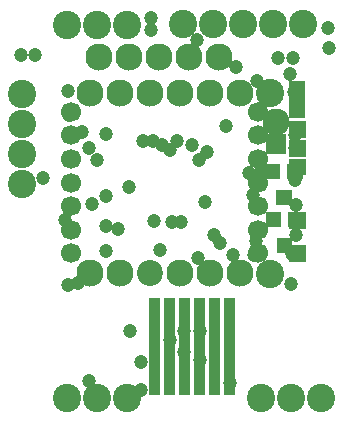
<source format=gbr>
%FSLAX32Y32*%
%MOMM*%
%LNLOETSTOP2*%
G71*
G01*
%ADD10C, 2.40*%
%ADD11C, 1.70*%
%ADD12C, 1.20*%
%ADD13C, 2.30*%
%ADD14C, 2.20*%
%ADD15C, 2.40*%
%ADD16C, 2.30*%
%LPD*%
X3477Y3987D02*
G54D10*
D03*
X3223Y3987D02*
G54D10*
D03*
X2969Y3987D02*
G54D10*
D03*
X2715Y3987D02*
G54D10*
D03*
X3356Y2046D02*
G54D11*
D03*
X1766Y2046D02*
G54D11*
D03*
X3356Y2246D02*
G54D11*
D03*
X1766Y2246D02*
G54D11*
D03*
X3356Y2446D02*
G54D11*
D03*
X1766Y2446D02*
G54D11*
D03*
X3356Y2646D02*
G54D11*
D03*
X1766Y2646D02*
G54D11*
D03*
X3356Y2846D02*
G54D11*
D03*
X1766Y2846D02*
G54D11*
D03*
X3356Y3046D02*
G54D11*
D03*
X1766Y3046D02*
G54D11*
D03*
X3356Y3246D02*
G54D11*
D03*
X1766Y3246D02*
G54D11*
D03*
X2538Y2968D02*
G54D12*
D03*
X3197Y1880D02*
G54D13*
D03*
X2943Y1880D02*
G54D13*
D03*
X2689Y1880D02*
G54D13*
D03*
X2435Y1880D02*
G54D14*
D03*
X2181Y1880D02*
G54D13*
D03*
X1927Y1880D02*
G54D13*
D03*
X2983Y2198D02*
G54D12*
D03*
X2626Y2309D02*
G54D12*
D03*
X2705Y2309D02*
G54D12*
D03*
X2380Y3000D02*
G54D12*
D03*
X2467Y3000D02*
G54D12*
D03*
X2062Y2531D02*
G54D12*
D03*
X3197Y3404D02*
G54D13*
D03*
X2943Y3404D02*
G54D13*
D03*
X2689Y3404D02*
G54D13*
D03*
X2435Y3404D02*
G54D13*
D03*
X2181Y3404D02*
G54D13*
D03*
X1927Y3404D02*
G54D13*
D03*
X2165Y2254D02*
G54D12*
D03*
X2261Y2611D02*
G54D12*
D03*
X3452Y1872D02*
G54D15*
D03*
X1991Y2841D02*
G54D12*
D03*
X2070Y3055D02*
G54D12*
D03*
X1919Y2936D02*
G54D12*
D03*
X2856Y2841D02*
G54D12*
D03*
X3452Y3404D02*
G54D15*
D03*
X3507Y3158D02*
G54D13*
D03*
X2070Y2063D02*
G54D12*
D03*
X1864Y3071D02*
G54D12*
D03*
X3031Y2135D02*
G54D12*
D03*
X2475Y2317D02*
G54D12*
D03*
X3277Y2730D02*
G54D12*
D03*
X2523Y2071D02*
G54D12*
D03*
X2848Y2008D02*
G54D12*
D03*
X3142Y2031D02*
G54D12*
D03*
X3078Y3127D02*
G54D12*
D03*
X2920Y2904D02*
G54D12*
D03*
G36*
X3422Y3061D02*
X3592Y3061D01*
X3592Y2891D01*
X3422Y2891D01*
X3422Y3061D01*
G37*
X1769Y3063D02*
G54D12*
D03*
X1776Y2841D02*
G54D12*
D03*
X1721Y2333D02*
G54D12*
D03*
X1745Y1777D02*
G54D12*
D03*
X3324Y3047D02*
G54D12*
D03*
X3348Y2841D02*
G54D12*
D03*
X3332Y2150D02*
G54D12*
D03*
X3316Y2031D02*
G54D12*
D03*
X1951Y2468D02*
G54D12*
D03*
X2070Y2277D02*
G54D12*
D03*
X1745Y3420D02*
G54D12*
D03*
X1753Y3214D02*
G54D12*
D03*
G36*
X3732Y2675D02*
X3602Y2675D01*
X3602Y2805D01*
X3732Y2805D01*
X3732Y2675D01*
G37*
G36*
X3542Y2675D02*
X3412Y2675D01*
X3412Y2805D01*
X3542Y2805D01*
X3542Y2675D01*
G37*
G36*
X3637Y2453D02*
X3507Y2453D01*
X3507Y2583D01*
X3637Y2583D01*
X3637Y2453D01*
G37*
X1832Y1793D02*
G54D12*
D03*
G36*
X3740Y2270D02*
X3610Y2270D01*
X3610Y2400D01*
X3740Y2400D01*
X3740Y2270D01*
G37*
G36*
X3550Y2270D02*
X3420Y2270D01*
X3420Y2400D01*
X3550Y2400D01*
X3550Y2270D01*
G37*
G36*
X3645Y2048D02*
X3515Y2048D01*
X3515Y2178D01*
X3645Y2178D01*
X3645Y2048D01*
G37*
X3674Y2198D02*
G54D12*
D03*
X3666Y2666D02*
G54D12*
D03*
X3674Y2460D02*
G54D12*
D03*
X3666Y2936D02*
G54D12*
D03*
X3642Y2039D02*
G54D12*
D03*
X3634Y1785D02*
G54D12*
D03*
G36*
X3619Y3006D02*
X3759Y3006D01*
X3759Y2866D01*
X3619Y2866D01*
X3619Y3006D01*
G37*
G36*
X3619Y2117D02*
X3759Y2117D01*
X3759Y1977D01*
X3619Y1977D01*
X3619Y2117D01*
G37*
G36*
X3619Y2395D02*
X3759Y2395D01*
X3759Y2255D01*
X3619Y2255D01*
X3619Y2395D01*
G37*
G36*
X3619Y2848D02*
X3759Y2848D01*
X3759Y2708D01*
X3619Y2708D01*
X3619Y2848D01*
G37*
X3380Y2746D02*
G54D12*
D03*
X3308Y2539D02*
G54D12*
D03*
X2904Y2484D02*
G54D12*
D03*
G36*
X3619Y3165D02*
X3759Y3165D01*
X3759Y3025D01*
X3619Y3025D01*
X3619Y3165D01*
G37*
X3666Y3047D02*
G54D12*
D03*
G36*
X3612Y3509D02*
X3752Y3509D01*
X3752Y3189D01*
X3612Y3189D01*
X3612Y3509D01*
G37*
X3658Y3412D02*
G54D12*
D03*
X2610Y2920D02*
G54D12*
D03*
X2666Y3000D02*
G54D12*
D03*
X2792Y2960D02*
G54D12*
D03*
G36*
X2432Y1671D02*
X2522Y1671D01*
X2522Y851D01*
X2432Y851D01*
X2432Y1671D01*
G37*
G36*
X2558Y1671D02*
X2648Y1671D01*
X2648Y851D01*
X2558Y851D01*
X2558Y1671D01*
G37*
G36*
X2686Y1671D02*
X2776Y1671D01*
X2776Y851D01*
X2686Y851D01*
X2686Y1671D01*
G37*
G36*
X2812Y1671D02*
X2902Y1671D01*
X2902Y851D01*
X2812Y851D01*
X2812Y1671D01*
G37*
X1358Y2638D02*
G54D10*
D03*
X1358Y2892D02*
G54D10*
D03*
X1358Y3146D02*
G54D10*
D03*
X1358Y3400D02*
G54D10*
D03*
X3024Y3706D02*
G54D16*
D03*
X2770Y3706D02*
G54D16*
D03*
X2516Y3706D02*
G54D16*
D03*
X2262Y3706D02*
G54D16*
D03*
X2008Y3706D02*
G54D16*
D03*
X3167Y3627D02*
G54D12*
D03*
X3524Y3698D02*
G54D12*
D03*
X2241Y3984D02*
G54D10*
D03*
X1987Y3984D02*
G54D10*
D03*
X1733Y3984D02*
G54D10*
D03*
X3884Y824D02*
G54D10*
D03*
X3630Y824D02*
G54D10*
D03*
X3376Y824D02*
G54D10*
D03*
X2241Y824D02*
G54D10*
D03*
X1987Y824D02*
G54D10*
D03*
X1733Y824D02*
G54D10*
D03*
X3731Y3992D02*
G54D10*
D03*
X2834Y3857D02*
G54D12*
D03*
X1921Y968D02*
G54D12*
D03*
X1532Y2682D02*
G54D12*
D03*
X3342Y3508D02*
G54D12*
D03*
X3651Y3698D02*
G54D12*
D03*
X3620Y3563D02*
G54D12*
D03*
X3953Y3786D02*
G54D12*
D03*
X1349Y3730D02*
G54D12*
D03*
X1468Y3730D02*
G54D12*
D03*
G36*
X2686Y1670D02*
X2776Y1670D01*
X2776Y850D01*
X2686Y850D01*
X2686Y1670D01*
G37*
G36*
X2812Y1670D02*
X2902Y1670D01*
X2902Y850D01*
X2812Y850D01*
X2812Y1670D01*
G37*
G36*
X2940Y1670D02*
X3030Y1670D01*
X3030Y850D01*
X2940Y850D01*
X2940Y1670D01*
G37*
G36*
X3066Y1670D02*
X3156Y1670D01*
X3156Y850D01*
X3066Y850D01*
X3066Y1670D01*
G37*
X3945Y3952D02*
G54D12*
D03*
X3112Y952D02*
G54D12*
D03*
X2858Y1142D02*
G54D12*
D03*
X2730Y1214D02*
G54D12*
D03*
X2365Y888D02*
G54D12*
D03*
X2365Y1126D02*
G54D12*
D03*
X2858Y1388D02*
G54D12*
D03*
X2730Y1388D02*
G54D12*
D03*
X2270Y1388D02*
G54D12*
D03*
X2604Y1309D02*
G54D12*
D03*
X2445Y3936D02*
G54D12*
D03*
X2445Y4040D02*
G54D12*
D03*
M02*

</source>
